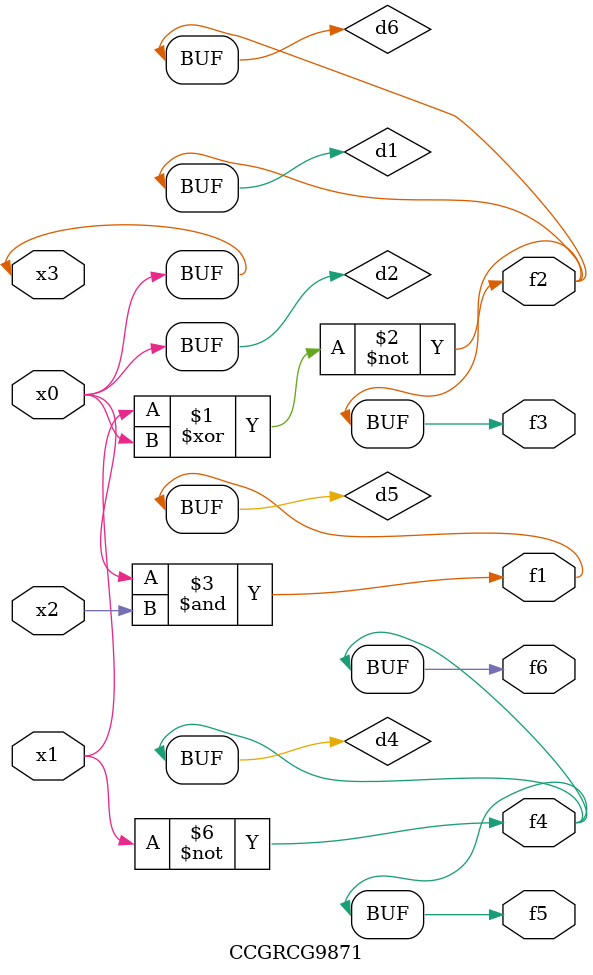
<source format=v>
module CCGRCG9871(
	input x0, x1, x2, x3,
	output f1, f2, f3, f4, f5, f6
);

	wire d1, d2, d3, d4, d5, d6;

	xnor (d1, x1, x3);
	buf (d2, x0, x3);
	nand (d3, x0, x2);
	not (d4, x1);
	nand (d5, d3);
	or (d6, d1);
	assign f1 = d5;
	assign f2 = d6;
	assign f3 = d6;
	assign f4 = d4;
	assign f5 = d4;
	assign f6 = d4;
endmodule

</source>
